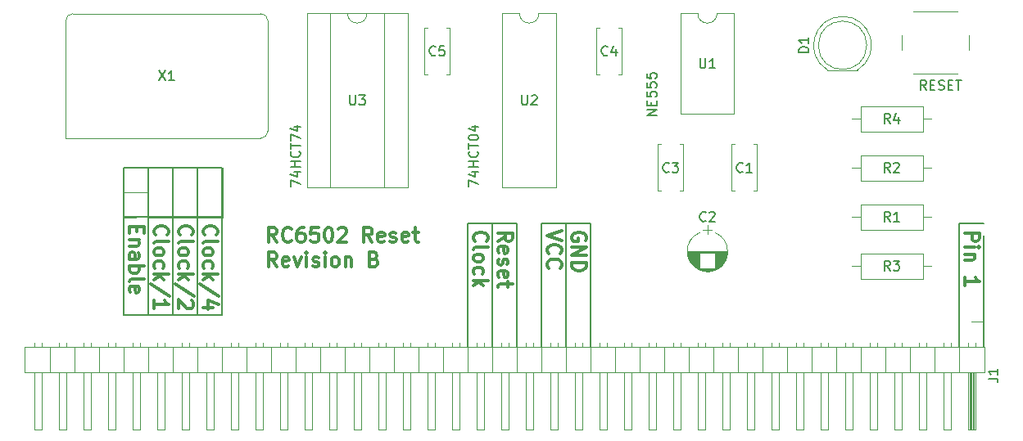
<source format=gto>
G04 #@! TF.FileFunction,Legend,Top*
%FSLAX46Y46*%
G04 Gerber Fmt 4.6, Leading zero omitted, Abs format (unit mm)*
G04 Created by KiCad (PCBNEW 4.0.6) date 06/10/17 19:53:39*
%MOMM*%
%LPD*%
G01*
G04 APERTURE LIST*
%ADD10C,0.100000*%
%ADD11C,0.300000*%
%ADD12C,0.200000*%
%ADD13C,0.120000*%
%ADD14C,0.150000*%
G04 APERTURE END LIST*
D10*
D11*
X111224286Y-135834286D02*
X111152857Y-135762857D01*
X111081429Y-135548571D01*
X111081429Y-135405714D01*
X111152857Y-135191429D01*
X111295714Y-135048571D01*
X111438571Y-134977143D01*
X111724286Y-134905714D01*
X111938571Y-134905714D01*
X112224286Y-134977143D01*
X112367143Y-135048571D01*
X112510000Y-135191429D01*
X112581429Y-135405714D01*
X112581429Y-135548571D01*
X112510000Y-135762857D01*
X112438571Y-135834286D01*
X111081429Y-136691429D02*
X111152857Y-136548571D01*
X111295714Y-136477143D01*
X112581429Y-136477143D01*
X111081429Y-137477143D02*
X111152857Y-137334285D01*
X111224286Y-137262857D01*
X111367143Y-137191428D01*
X111795714Y-137191428D01*
X111938571Y-137262857D01*
X112010000Y-137334285D01*
X112081429Y-137477143D01*
X112081429Y-137691428D01*
X112010000Y-137834285D01*
X111938571Y-137905714D01*
X111795714Y-137977143D01*
X111367143Y-137977143D01*
X111224286Y-137905714D01*
X111152857Y-137834285D01*
X111081429Y-137691428D01*
X111081429Y-137477143D01*
X111152857Y-139262857D02*
X111081429Y-139120000D01*
X111081429Y-138834286D01*
X111152857Y-138691428D01*
X111224286Y-138620000D01*
X111367143Y-138548571D01*
X111795714Y-138548571D01*
X111938571Y-138620000D01*
X112010000Y-138691428D01*
X112081429Y-138834286D01*
X112081429Y-139120000D01*
X112010000Y-139262857D01*
X111081429Y-139905714D02*
X112581429Y-139905714D01*
X111652857Y-140048571D02*
X111081429Y-140477142D01*
X112081429Y-140477142D02*
X111510000Y-139905714D01*
X112652857Y-142191428D02*
X110724286Y-140905714D01*
X112081429Y-143334286D02*
X111081429Y-143334286D01*
X112652857Y-142977143D02*
X111581429Y-142620000D01*
X111581429Y-143548572D01*
X108684286Y-135834286D02*
X108612857Y-135762857D01*
X108541429Y-135548571D01*
X108541429Y-135405714D01*
X108612857Y-135191429D01*
X108755714Y-135048571D01*
X108898571Y-134977143D01*
X109184286Y-134905714D01*
X109398571Y-134905714D01*
X109684286Y-134977143D01*
X109827143Y-135048571D01*
X109970000Y-135191429D01*
X110041429Y-135405714D01*
X110041429Y-135548571D01*
X109970000Y-135762857D01*
X109898571Y-135834286D01*
X108541429Y-136691429D02*
X108612857Y-136548571D01*
X108755714Y-136477143D01*
X110041429Y-136477143D01*
X108541429Y-137477143D02*
X108612857Y-137334285D01*
X108684286Y-137262857D01*
X108827143Y-137191428D01*
X109255714Y-137191428D01*
X109398571Y-137262857D01*
X109470000Y-137334285D01*
X109541429Y-137477143D01*
X109541429Y-137691428D01*
X109470000Y-137834285D01*
X109398571Y-137905714D01*
X109255714Y-137977143D01*
X108827143Y-137977143D01*
X108684286Y-137905714D01*
X108612857Y-137834285D01*
X108541429Y-137691428D01*
X108541429Y-137477143D01*
X108612857Y-139262857D02*
X108541429Y-139120000D01*
X108541429Y-138834286D01*
X108612857Y-138691428D01*
X108684286Y-138620000D01*
X108827143Y-138548571D01*
X109255714Y-138548571D01*
X109398571Y-138620000D01*
X109470000Y-138691428D01*
X109541429Y-138834286D01*
X109541429Y-139120000D01*
X109470000Y-139262857D01*
X108541429Y-139905714D02*
X110041429Y-139905714D01*
X109112857Y-140048571D02*
X108541429Y-140477142D01*
X109541429Y-140477142D02*
X108970000Y-139905714D01*
X110112857Y-142191428D02*
X108184286Y-140905714D01*
X109898571Y-142620000D02*
X109970000Y-142691429D01*
X110041429Y-142834286D01*
X110041429Y-143191429D01*
X109970000Y-143334286D01*
X109898571Y-143405715D01*
X109755714Y-143477143D01*
X109612857Y-143477143D01*
X109398571Y-143405715D01*
X108541429Y-142548572D01*
X108541429Y-143477143D01*
D12*
X105410000Y-128905000D02*
X105410000Y-144145000D01*
X107950000Y-128905000D02*
X107950000Y-144145000D01*
X110490000Y-128905000D02*
X110490000Y-144145000D01*
X102870000Y-144145000D02*
X102870000Y-143510000D01*
X113030000Y-144145000D02*
X102870000Y-144145000D01*
X113030000Y-143510000D02*
X113030000Y-144145000D01*
D11*
X106144286Y-135834286D02*
X106072857Y-135762857D01*
X106001429Y-135548571D01*
X106001429Y-135405714D01*
X106072857Y-135191429D01*
X106215714Y-135048571D01*
X106358571Y-134977143D01*
X106644286Y-134905714D01*
X106858571Y-134905714D01*
X107144286Y-134977143D01*
X107287143Y-135048571D01*
X107430000Y-135191429D01*
X107501429Y-135405714D01*
X107501429Y-135548571D01*
X107430000Y-135762857D01*
X107358571Y-135834286D01*
X106001429Y-136691429D02*
X106072857Y-136548571D01*
X106215714Y-136477143D01*
X107501429Y-136477143D01*
X106001429Y-137477143D02*
X106072857Y-137334285D01*
X106144286Y-137262857D01*
X106287143Y-137191428D01*
X106715714Y-137191428D01*
X106858571Y-137262857D01*
X106930000Y-137334285D01*
X107001429Y-137477143D01*
X107001429Y-137691428D01*
X106930000Y-137834285D01*
X106858571Y-137905714D01*
X106715714Y-137977143D01*
X106287143Y-137977143D01*
X106144286Y-137905714D01*
X106072857Y-137834285D01*
X106001429Y-137691428D01*
X106001429Y-137477143D01*
X106072857Y-139262857D02*
X106001429Y-139120000D01*
X106001429Y-138834286D01*
X106072857Y-138691428D01*
X106144286Y-138620000D01*
X106287143Y-138548571D01*
X106715714Y-138548571D01*
X106858571Y-138620000D01*
X106930000Y-138691428D01*
X107001429Y-138834286D01*
X107001429Y-139120000D01*
X106930000Y-139262857D01*
X106001429Y-139905714D02*
X107501429Y-139905714D01*
X106572857Y-140048571D02*
X106001429Y-140477142D01*
X107001429Y-140477142D02*
X106430000Y-139905714D01*
X107572857Y-142191428D02*
X105644286Y-140905714D01*
X106001429Y-143477143D02*
X106001429Y-142620000D01*
X106001429Y-143048572D02*
X107501429Y-143048572D01*
X107287143Y-142905715D01*
X107144286Y-142762857D01*
X107072857Y-142620000D01*
X104247143Y-134977143D02*
X104247143Y-135477143D01*
X103461429Y-135691429D02*
X103461429Y-134977143D01*
X104961429Y-134977143D01*
X104961429Y-135691429D01*
X104461429Y-136334286D02*
X103461429Y-136334286D01*
X104318571Y-136334286D02*
X104390000Y-136405714D01*
X104461429Y-136548572D01*
X104461429Y-136762857D01*
X104390000Y-136905714D01*
X104247143Y-136977143D01*
X103461429Y-136977143D01*
X103461429Y-138334286D02*
X104247143Y-138334286D01*
X104390000Y-138262857D01*
X104461429Y-138120000D01*
X104461429Y-137834286D01*
X104390000Y-137691429D01*
X103532857Y-138334286D02*
X103461429Y-138191429D01*
X103461429Y-137834286D01*
X103532857Y-137691429D01*
X103675714Y-137620000D01*
X103818571Y-137620000D01*
X103961429Y-137691429D01*
X104032857Y-137834286D01*
X104032857Y-138191429D01*
X104104286Y-138334286D01*
X103461429Y-139048572D02*
X104961429Y-139048572D01*
X104390000Y-139048572D02*
X104461429Y-139191429D01*
X104461429Y-139477143D01*
X104390000Y-139620000D01*
X104318571Y-139691429D01*
X104175714Y-139762858D01*
X103747143Y-139762858D01*
X103604286Y-139691429D01*
X103532857Y-139620000D01*
X103461429Y-139477143D01*
X103461429Y-139191429D01*
X103532857Y-139048572D01*
X103461429Y-140620001D02*
X103532857Y-140477143D01*
X103675714Y-140405715D01*
X104961429Y-140405715D01*
X103532857Y-141762857D02*
X103461429Y-141620000D01*
X103461429Y-141334286D01*
X103532857Y-141191429D01*
X103675714Y-141120000D01*
X104247143Y-141120000D01*
X104390000Y-141191429D01*
X104461429Y-141334286D01*
X104461429Y-141620000D01*
X104390000Y-141762857D01*
X104247143Y-141834286D01*
X104104286Y-141834286D01*
X103961429Y-141120000D01*
D12*
X102870000Y-133985000D02*
X113030000Y-133985000D01*
X102870000Y-128905000D02*
X113030000Y-128905000D01*
X113030000Y-128905000D02*
X113030000Y-143510000D01*
X102870000Y-128905000D02*
X102870000Y-143510000D01*
X189230000Y-134620000D02*
X191770000Y-134620000D01*
X189230000Y-147320000D02*
X189230000Y-134620000D01*
X148590000Y-147320000D02*
X148590000Y-134620000D01*
X151130000Y-134620000D02*
X151130000Y-147320000D01*
X146050000Y-134620000D02*
X151130000Y-134620000D01*
X146050000Y-147320000D02*
X146050000Y-134620000D01*
X143510000Y-134620000D02*
X143510000Y-147320000D01*
X140970000Y-147320000D02*
X140970000Y-134620000D01*
X138430000Y-134620000D02*
X138430000Y-147320000D01*
X143510000Y-134620000D02*
X138430000Y-134620000D01*
D11*
X139164286Y-136469286D02*
X139092857Y-136397857D01*
X139021429Y-136183571D01*
X139021429Y-136040714D01*
X139092857Y-135826429D01*
X139235714Y-135683571D01*
X139378571Y-135612143D01*
X139664286Y-135540714D01*
X139878571Y-135540714D01*
X140164286Y-135612143D01*
X140307143Y-135683571D01*
X140450000Y-135826429D01*
X140521429Y-136040714D01*
X140521429Y-136183571D01*
X140450000Y-136397857D01*
X140378571Y-136469286D01*
X139021429Y-137326429D02*
X139092857Y-137183571D01*
X139235714Y-137112143D01*
X140521429Y-137112143D01*
X139021429Y-138112143D02*
X139092857Y-137969285D01*
X139164286Y-137897857D01*
X139307143Y-137826428D01*
X139735714Y-137826428D01*
X139878571Y-137897857D01*
X139950000Y-137969285D01*
X140021429Y-138112143D01*
X140021429Y-138326428D01*
X139950000Y-138469285D01*
X139878571Y-138540714D01*
X139735714Y-138612143D01*
X139307143Y-138612143D01*
X139164286Y-138540714D01*
X139092857Y-138469285D01*
X139021429Y-138326428D01*
X139021429Y-138112143D01*
X139092857Y-139897857D02*
X139021429Y-139755000D01*
X139021429Y-139469286D01*
X139092857Y-139326428D01*
X139164286Y-139255000D01*
X139307143Y-139183571D01*
X139735714Y-139183571D01*
X139878571Y-139255000D01*
X139950000Y-139326428D01*
X140021429Y-139469286D01*
X140021429Y-139755000D01*
X139950000Y-139897857D01*
X139021429Y-140540714D02*
X140521429Y-140540714D01*
X139592857Y-140683571D02*
X139021429Y-141112142D01*
X140021429Y-141112142D02*
X139450000Y-140540714D01*
X141561429Y-136469286D02*
X142275714Y-135969286D01*
X141561429Y-135612143D02*
X143061429Y-135612143D01*
X143061429Y-136183571D01*
X142990000Y-136326429D01*
X142918571Y-136397857D01*
X142775714Y-136469286D01*
X142561429Y-136469286D01*
X142418571Y-136397857D01*
X142347143Y-136326429D01*
X142275714Y-136183571D01*
X142275714Y-135612143D01*
X141632857Y-137683571D02*
X141561429Y-137540714D01*
X141561429Y-137255000D01*
X141632857Y-137112143D01*
X141775714Y-137040714D01*
X142347143Y-137040714D01*
X142490000Y-137112143D01*
X142561429Y-137255000D01*
X142561429Y-137540714D01*
X142490000Y-137683571D01*
X142347143Y-137755000D01*
X142204286Y-137755000D01*
X142061429Y-137040714D01*
X141632857Y-138326428D02*
X141561429Y-138469285D01*
X141561429Y-138755000D01*
X141632857Y-138897857D01*
X141775714Y-138969285D01*
X141847143Y-138969285D01*
X141990000Y-138897857D01*
X142061429Y-138755000D01*
X142061429Y-138540714D01*
X142132857Y-138397857D01*
X142275714Y-138326428D01*
X142347143Y-138326428D01*
X142490000Y-138397857D01*
X142561429Y-138540714D01*
X142561429Y-138755000D01*
X142490000Y-138897857D01*
X141632857Y-140183571D02*
X141561429Y-140040714D01*
X141561429Y-139755000D01*
X141632857Y-139612143D01*
X141775714Y-139540714D01*
X142347143Y-139540714D01*
X142490000Y-139612143D01*
X142561429Y-139755000D01*
X142561429Y-140040714D01*
X142490000Y-140183571D01*
X142347143Y-140255000D01*
X142204286Y-140255000D01*
X142061429Y-139540714D01*
X142561429Y-140683571D02*
X142561429Y-141255000D01*
X143061429Y-140897857D02*
X141775714Y-140897857D01*
X141632857Y-140969285D01*
X141561429Y-141112143D01*
X141561429Y-141255000D01*
X148141429Y-135397857D02*
X146641429Y-135897857D01*
X148141429Y-136397857D01*
X146784286Y-137755000D02*
X146712857Y-137683571D01*
X146641429Y-137469285D01*
X146641429Y-137326428D01*
X146712857Y-137112143D01*
X146855714Y-136969285D01*
X146998571Y-136897857D01*
X147284286Y-136826428D01*
X147498571Y-136826428D01*
X147784286Y-136897857D01*
X147927143Y-136969285D01*
X148070000Y-137112143D01*
X148141429Y-137326428D01*
X148141429Y-137469285D01*
X148070000Y-137683571D01*
X147998571Y-137755000D01*
X146784286Y-139255000D02*
X146712857Y-139183571D01*
X146641429Y-138969285D01*
X146641429Y-138826428D01*
X146712857Y-138612143D01*
X146855714Y-138469285D01*
X146998571Y-138397857D01*
X147284286Y-138326428D01*
X147498571Y-138326428D01*
X147784286Y-138397857D01*
X147927143Y-138469285D01*
X148070000Y-138612143D01*
X148141429Y-138826428D01*
X148141429Y-138969285D01*
X148070000Y-139183571D01*
X147998571Y-139255000D01*
X150610000Y-136397857D02*
X150681429Y-136255000D01*
X150681429Y-136040714D01*
X150610000Y-135826429D01*
X150467143Y-135683571D01*
X150324286Y-135612143D01*
X150038571Y-135540714D01*
X149824286Y-135540714D01*
X149538571Y-135612143D01*
X149395714Y-135683571D01*
X149252857Y-135826429D01*
X149181429Y-136040714D01*
X149181429Y-136183571D01*
X149252857Y-136397857D01*
X149324286Y-136469286D01*
X149824286Y-136469286D01*
X149824286Y-136183571D01*
X149181429Y-137112143D02*
X150681429Y-137112143D01*
X149181429Y-137969286D01*
X150681429Y-137969286D01*
X149181429Y-138683572D02*
X150681429Y-138683572D01*
X150681429Y-139040715D01*
X150610000Y-139255000D01*
X150467143Y-139397858D01*
X150324286Y-139469286D01*
X150038571Y-139540715D01*
X149824286Y-139540715D01*
X149538571Y-139469286D01*
X149395714Y-139397858D01*
X149252857Y-139255000D01*
X149181429Y-139040715D01*
X149181429Y-138683572D01*
X118689286Y-136563571D02*
X118189286Y-135849286D01*
X117832143Y-136563571D02*
X117832143Y-135063571D01*
X118403571Y-135063571D01*
X118546429Y-135135000D01*
X118617857Y-135206429D01*
X118689286Y-135349286D01*
X118689286Y-135563571D01*
X118617857Y-135706429D01*
X118546429Y-135777857D01*
X118403571Y-135849286D01*
X117832143Y-135849286D01*
X120189286Y-136420714D02*
X120117857Y-136492143D01*
X119903571Y-136563571D01*
X119760714Y-136563571D01*
X119546429Y-136492143D01*
X119403571Y-136349286D01*
X119332143Y-136206429D01*
X119260714Y-135920714D01*
X119260714Y-135706429D01*
X119332143Y-135420714D01*
X119403571Y-135277857D01*
X119546429Y-135135000D01*
X119760714Y-135063571D01*
X119903571Y-135063571D01*
X120117857Y-135135000D01*
X120189286Y-135206429D01*
X121475000Y-135063571D02*
X121189286Y-135063571D01*
X121046429Y-135135000D01*
X120975000Y-135206429D01*
X120832143Y-135420714D01*
X120760714Y-135706429D01*
X120760714Y-136277857D01*
X120832143Y-136420714D01*
X120903571Y-136492143D01*
X121046429Y-136563571D01*
X121332143Y-136563571D01*
X121475000Y-136492143D01*
X121546429Y-136420714D01*
X121617857Y-136277857D01*
X121617857Y-135920714D01*
X121546429Y-135777857D01*
X121475000Y-135706429D01*
X121332143Y-135635000D01*
X121046429Y-135635000D01*
X120903571Y-135706429D01*
X120832143Y-135777857D01*
X120760714Y-135920714D01*
X122975000Y-135063571D02*
X122260714Y-135063571D01*
X122189285Y-135777857D01*
X122260714Y-135706429D01*
X122403571Y-135635000D01*
X122760714Y-135635000D01*
X122903571Y-135706429D01*
X122975000Y-135777857D01*
X123046428Y-135920714D01*
X123046428Y-136277857D01*
X122975000Y-136420714D01*
X122903571Y-136492143D01*
X122760714Y-136563571D01*
X122403571Y-136563571D01*
X122260714Y-136492143D01*
X122189285Y-136420714D01*
X123974999Y-135063571D02*
X124117856Y-135063571D01*
X124260713Y-135135000D01*
X124332142Y-135206429D01*
X124403571Y-135349286D01*
X124474999Y-135635000D01*
X124474999Y-135992143D01*
X124403571Y-136277857D01*
X124332142Y-136420714D01*
X124260713Y-136492143D01*
X124117856Y-136563571D01*
X123974999Y-136563571D01*
X123832142Y-136492143D01*
X123760713Y-136420714D01*
X123689285Y-136277857D01*
X123617856Y-135992143D01*
X123617856Y-135635000D01*
X123689285Y-135349286D01*
X123760713Y-135206429D01*
X123832142Y-135135000D01*
X123974999Y-135063571D01*
X125046427Y-135206429D02*
X125117856Y-135135000D01*
X125260713Y-135063571D01*
X125617856Y-135063571D01*
X125760713Y-135135000D01*
X125832142Y-135206429D01*
X125903570Y-135349286D01*
X125903570Y-135492143D01*
X125832142Y-135706429D01*
X124974999Y-136563571D01*
X125903570Y-136563571D01*
X128546427Y-136563571D02*
X128046427Y-135849286D01*
X127689284Y-136563571D02*
X127689284Y-135063571D01*
X128260712Y-135063571D01*
X128403570Y-135135000D01*
X128474998Y-135206429D01*
X128546427Y-135349286D01*
X128546427Y-135563571D01*
X128474998Y-135706429D01*
X128403570Y-135777857D01*
X128260712Y-135849286D01*
X127689284Y-135849286D01*
X129760712Y-136492143D02*
X129617855Y-136563571D01*
X129332141Y-136563571D01*
X129189284Y-136492143D01*
X129117855Y-136349286D01*
X129117855Y-135777857D01*
X129189284Y-135635000D01*
X129332141Y-135563571D01*
X129617855Y-135563571D01*
X129760712Y-135635000D01*
X129832141Y-135777857D01*
X129832141Y-135920714D01*
X129117855Y-136063571D01*
X130403569Y-136492143D02*
X130546426Y-136563571D01*
X130832141Y-136563571D01*
X130974998Y-136492143D01*
X131046426Y-136349286D01*
X131046426Y-136277857D01*
X130974998Y-136135000D01*
X130832141Y-136063571D01*
X130617855Y-136063571D01*
X130474998Y-135992143D01*
X130403569Y-135849286D01*
X130403569Y-135777857D01*
X130474998Y-135635000D01*
X130617855Y-135563571D01*
X130832141Y-135563571D01*
X130974998Y-135635000D01*
X132260712Y-136492143D02*
X132117855Y-136563571D01*
X131832141Y-136563571D01*
X131689284Y-136492143D01*
X131617855Y-136349286D01*
X131617855Y-135777857D01*
X131689284Y-135635000D01*
X131832141Y-135563571D01*
X132117855Y-135563571D01*
X132260712Y-135635000D01*
X132332141Y-135777857D01*
X132332141Y-135920714D01*
X131617855Y-136063571D01*
X132760712Y-135563571D02*
X133332141Y-135563571D01*
X132974998Y-135063571D02*
X132974998Y-136349286D01*
X133046426Y-136492143D01*
X133189284Y-136563571D01*
X133332141Y-136563571D01*
X118689286Y-139113571D02*
X118189286Y-138399286D01*
X117832143Y-139113571D02*
X117832143Y-137613571D01*
X118403571Y-137613571D01*
X118546429Y-137685000D01*
X118617857Y-137756429D01*
X118689286Y-137899286D01*
X118689286Y-138113571D01*
X118617857Y-138256429D01*
X118546429Y-138327857D01*
X118403571Y-138399286D01*
X117832143Y-138399286D01*
X119903571Y-139042143D02*
X119760714Y-139113571D01*
X119475000Y-139113571D01*
X119332143Y-139042143D01*
X119260714Y-138899286D01*
X119260714Y-138327857D01*
X119332143Y-138185000D01*
X119475000Y-138113571D01*
X119760714Y-138113571D01*
X119903571Y-138185000D01*
X119975000Y-138327857D01*
X119975000Y-138470714D01*
X119260714Y-138613571D01*
X120475000Y-138113571D02*
X120832143Y-139113571D01*
X121189285Y-138113571D01*
X121760714Y-139113571D02*
X121760714Y-138113571D01*
X121760714Y-137613571D02*
X121689285Y-137685000D01*
X121760714Y-137756429D01*
X121832142Y-137685000D01*
X121760714Y-137613571D01*
X121760714Y-137756429D01*
X122403571Y-139042143D02*
X122546428Y-139113571D01*
X122832143Y-139113571D01*
X122975000Y-139042143D01*
X123046428Y-138899286D01*
X123046428Y-138827857D01*
X122975000Y-138685000D01*
X122832143Y-138613571D01*
X122617857Y-138613571D01*
X122475000Y-138542143D01*
X122403571Y-138399286D01*
X122403571Y-138327857D01*
X122475000Y-138185000D01*
X122617857Y-138113571D01*
X122832143Y-138113571D01*
X122975000Y-138185000D01*
X123689286Y-139113571D02*
X123689286Y-138113571D01*
X123689286Y-137613571D02*
X123617857Y-137685000D01*
X123689286Y-137756429D01*
X123760714Y-137685000D01*
X123689286Y-137613571D01*
X123689286Y-137756429D01*
X124617858Y-139113571D02*
X124475000Y-139042143D01*
X124403572Y-138970714D01*
X124332143Y-138827857D01*
X124332143Y-138399286D01*
X124403572Y-138256429D01*
X124475000Y-138185000D01*
X124617858Y-138113571D01*
X124832143Y-138113571D01*
X124975000Y-138185000D01*
X125046429Y-138256429D01*
X125117858Y-138399286D01*
X125117858Y-138827857D01*
X125046429Y-138970714D01*
X124975000Y-139042143D01*
X124832143Y-139113571D01*
X124617858Y-139113571D01*
X125760715Y-138113571D02*
X125760715Y-139113571D01*
X125760715Y-138256429D02*
X125832143Y-138185000D01*
X125975001Y-138113571D01*
X126189286Y-138113571D01*
X126332143Y-138185000D01*
X126403572Y-138327857D01*
X126403572Y-139113571D01*
X128760715Y-138327857D02*
X128975001Y-138399286D01*
X129046429Y-138470714D01*
X129117858Y-138613571D01*
X129117858Y-138827857D01*
X129046429Y-138970714D01*
X128975001Y-139042143D01*
X128832143Y-139113571D01*
X128260715Y-139113571D01*
X128260715Y-137613571D01*
X128760715Y-137613571D01*
X128903572Y-137685000D01*
X128975001Y-137756429D01*
X129046429Y-137899286D01*
X129046429Y-138042143D01*
X128975001Y-138185000D01*
X128903572Y-138256429D01*
X128760715Y-138327857D01*
X128260715Y-138327857D01*
X189821429Y-135612143D02*
X191321429Y-135612143D01*
X191321429Y-136183571D01*
X191250000Y-136326429D01*
X191178571Y-136397857D01*
X191035714Y-136469286D01*
X190821429Y-136469286D01*
X190678571Y-136397857D01*
X190607143Y-136326429D01*
X190535714Y-136183571D01*
X190535714Y-135612143D01*
X189821429Y-137112143D02*
X190821429Y-137112143D01*
X191321429Y-137112143D02*
X191250000Y-137040714D01*
X191178571Y-137112143D01*
X191250000Y-137183571D01*
X191321429Y-137112143D01*
X191178571Y-137112143D01*
X190821429Y-137826429D02*
X189821429Y-137826429D01*
X190678571Y-137826429D02*
X190750000Y-137897857D01*
X190821429Y-138040715D01*
X190821429Y-138255000D01*
X190750000Y-138397857D01*
X190607143Y-138469286D01*
X189821429Y-138469286D01*
X189821429Y-141112143D02*
X189821429Y-140255000D01*
X189821429Y-140683572D02*
X191321429Y-140683572D01*
X191107143Y-140540715D01*
X190964286Y-140397857D01*
X190892857Y-140255000D01*
D12*
X191770000Y-135890000D02*
X191770000Y-147320000D01*
D13*
X185455000Y-135295000D02*
X185455000Y-132675000D01*
X185455000Y-132675000D02*
X179035000Y-132675000D01*
X179035000Y-132675000D02*
X179035000Y-135295000D01*
X179035000Y-135295000D02*
X185455000Y-135295000D01*
X186345000Y-133985000D02*
X185455000Y-133985000D01*
X178145000Y-133985000D02*
X179035000Y-133985000D01*
X185455000Y-130215000D02*
X185455000Y-127595000D01*
X185455000Y-127595000D02*
X179035000Y-127595000D01*
X179035000Y-127595000D02*
X179035000Y-130215000D01*
X179035000Y-130215000D02*
X185455000Y-130215000D01*
X186345000Y-128905000D02*
X185455000Y-128905000D01*
X178145000Y-128905000D02*
X179035000Y-128905000D01*
X184515000Y-119165000D02*
X189015000Y-119165000D01*
X183265000Y-115165000D02*
X183265000Y-116665000D01*
X189015000Y-112665000D02*
X184515000Y-112665000D01*
X190265000Y-116665000D02*
X190265000Y-115165000D01*
X162195000Y-112910000D02*
X160425000Y-112910000D01*
X160425000Y-112910000D02*
X160425000Y-123310000D01*
X160425000Y-123310000D02*
X165965000Y-123310000D01*
X165965000Y-123310000D02*
X165965000Y-112910000D01*
X165965000Y-112910000D02*
X164195000Y-112910000D01*
X164195000Y-112910000D02*
G75*
G02X162195000Y-112910000I-1000000J0D01*
G01*
X143780000Y-112910000D02*
X142010000Y-112910000D01*
X142010000Y-112910000D02*
X142010000Y-130930000D01*
X142010000Y-130930000D02*
X147550000Y-130930000D01*
X147550000Y-130930000D02*
X147550000Y-112910000D01*
X147550000Y-112910000D02*
X145780000Y-112910000D01*
X145780000Y-112910000D02*
G75*
G02X143780000Y-112910000I-1000000J0D01*
G01*
X163974089Y-139464361D02*
G75*
G03X163975000Y-135586005I-779089J1939361D01*
G01*
X162415911Y-139464361D02*
G75*
G02X162415000Y-135586005I779089J1939361D01*
G01*
X162415911Y-139464361D02*
G75*
G03X163975000Y-139463995I779089J1939361D01*
G01*
X165245000Y-137525000D02*
X161145000Y-137525000D01*
X165245000Y-137565000D02*
X161145000Y-137565000D01*
X165244000Y-137605000D02*
X161146000Y-137605000D01*
X165242000Y-137645000D02*
X161148000Y-137645000D01*
X165239000Y-137685000D02*
X161151000Y-137685000D01*
X165236000Y-137725000D02*
X161154000Y-137725000D01*
X165232000Y-137765000D02*
X163975000Y-137765000D01*
X162415000Y-137765000D02*
X161158000Y-137765000D01*
X165227000Y-137805000D02*
X163975000Y-137805000D01*
X162415000Y-137805000D02*
X161163000Y-137805000D01*
X165221000Y-137845000D02*
X163975000Y-137845000D01*
X162415000Y-137845000D02*
X161169000Y-137845000D01*
X165214000Y-137885000D02*
X163975000Y-137885000D01*
X162415000Y-137885000D02*
X161176000Y-137885000D01*
X165207000Y-137925000D02*
X163975000Y-137925000D01*
X162415000Y-137925000D02*
X161183000Y-137925000D01*
X165199000Y-137965000D02*
X163975000Y-137965000D01*
X162415000Y-137965000D02*
X161191000Y-137965000D01*
X165190000Y-138005000D02*
X163975000Y-138005000D01*
X162415000Y-138005000D02*
X161200000Y-138005000D01*
X165180000Y-138045000D02*
X163975000Y-138045000D01*
X162415000Y-138045000D02*
X161210000Y-138045000D01*
X165169000Y-138085000D02*
X163975000Y-138085000D01*
X162415000Y-138085000D02*
X161221000Y-138085000D01*
X165158000Y-138125000D02*
X163975000Y-138125000D01*
X162415000Y-138125000D02*
X161232000Y-138125000D01*
X165145000Y-138165000D02*
X163975000Y-138165000D01*
X162415000Y-138165000D02*
X161245000Y-138165000D01*
X165132000Y-138205000D02*
X163975000Y-138205000D01*
X162415000Y-138205000D02*
X161258000Y-138205000D01*
X165118000Y-138246000D02*
X163975000Y-138246000D01*
X162415000Y-138246000D02*
X161272000Y-138246000D01*
X165102000Y-138286000D02*
X163975000Y-138286000D01*
X162415000Y-138286000D02*
X161288000Y-138286000D01*
X165086000Y-138326000D02*
X163975000Y-138326000D01*
X162415000Y-138326000D02*
X161304000Y-138326000D01*
X165069000Y-138366000D02*
X163975000Y-138366000D01*
X162415000Y-138366000D02*
X161321000Y-138366000D01*
X165051000Y-138406000D02*
X163975000Y-138406000D01*
X162415000Y-138406000D02*
X161339000Y-138406000D01*
X165032000Y-138446000D02*
X163975000Y-138446000D01*
X162415000Y-138446000D02*
X161358000Y-138446000D01*
X165012000Y-138486000D02*
X163975000Y-138486000D01*
X162415000Y-138486000D02*
X161378000Y-138486000D01*
X164991000Y-138526000D02*
X163975000Y-138526000D01*
X162415000Y-138526000D02*
X161399000Y-138526000D01*
X164968000Y-138566000D02*
X163975000Y-138566000D01*
X162415000Y-138566000D02*
X161422000Y-138566000D01*
X164945000Y-138606000D02*
X163975000Y-138606000D01*
X162415000Y-138606000D02*
X161445000Y-138606000D01*
X164920000Y-138646000D02*
X163975000Y-138646000D01*
X162415000Y-138646000D02*
X161470000Y-138646000D01*
X164894000Y-138686000D02*
X163975000Y-138686000D01*
X162415000Y-138686000D02*
X161496000Y-138686000D01*
X164867000Y-138726000D02*
X163975000Y-138726000D01*
X162415000Y-138726000D02*
X161523000Y-138726000D01*
X164838000Y-138766000D02*
X163975000Y-138766000D01*
X162415000Y-138766000D02*
X161552000Y-138766000D01*
X164808000Y-138806000D02*
X163975000Y-138806000D01*
X162415000Y-138806000D02*
X161582000Y-138806000D01*
X164776000Y-138846000D02*
X163975000Y-138846000D01*
X162415000Y-138846000D02*
X161614000Y-138846000D01*
X164742000Y-138886000D02*
X163975000Y-138886000D01*
X162415000Y-138886000D02*
X161648000Y-138886000D01*
X164707000Y-138926000D02*
X163975000Y-138926000D01*
X162415000Y-138926000D02*
X161683000Y-138926000D01*
X164670000Y-138966000D02*
X163975000Y-138966000D01*
X162415000Y-138966000D02*
X161720000Y-138966000D01*
X164631000Y-139006000D02*
X163975000Y-139006000D01*
X162415000Y-139006000D02*
X161759000Y-139006000D01*
X164590000Y-139046000D02*
X163975000Y-139046000D01*
X162415000Y-139046000D02*
X161800000Y-139046000D01*
X164546000Y-139086000D02*
X163975000Y-139086000D01*
X162415000Y-139086000D02*
X161844000Y-139086000D01*
X164500000Y-139126000D02*
X163975000Y-139126000D01*
X162415000Y-139126000D02*
X161890000Y-139126000D01*
X164451000Y-139166000D02*
X163975000Y-139166000D01*
X162415000Y-139166000D02*
X161939000Y-139166000D01*
X164399000Y-139206000D02*
X163975000Y-139206000D01*
X162415000Y-139206000D02*
X161991000Y-139206000D01*
X164343000Y-139246000D02*
X163975000Y-139246000D01*
X162415000Y-139246000D02*
X162047000Y-139246000D01*
X164283000Y-139286000D02*
X163975000Y-139286000D01*
X162415000Y-139286000D02*
X162107000Y-139286000D01*
X164218000Y-139326000D02*
X162172000Y-139326000D01*
X164147000Y-139366000D02*
X162243000Y-139366000D01*
X164069000Y-139406000D02*
X162321000Y-139406000D01*
X163981000Y-139446000D02*
X162409000Y-139446000D01*
X163881000Y-139486000D02*
X162509000Y-139486000D01*
X163762000Y-139526000D02*
X162628000Y-139526000D01*
X163610000Y-139566000D02*
X162780000Y-139566000D01*
X163360000Y-139606000D02*
X163030000Y-139606000D01*
X163195000Y-134825000D02*
X163195000Y-135725000D01*
X163645000Y-135275000D02*
X162745000Y-135275000D01*
X179035000Y-137755000D02*
X179035000Y-140375000D01*
X179035000Y-140375000D02*
X185455000Y-140375000D01*
X185455000Y-140375000D02*
X185455000Y-137755000D01*
X185455000Y-137755000D02*
X179035000Y-137755000D01*
X178145000Y-139065000D02*
X179035000Y-139065000D01*
X186345000Y-139065000D02*
X185455000Y-139065000D01*
X96865000Y-113680000D02*
X96865000Y-125830000D01*
X117015000Y-112930000D02*
X97615000Y-112930000D01*
X117765000Y-125080000D02*
X117765000Y-113680000D01*
X96865000Y-125830000D02*
X117015000Y-125830000D01*
X117015000Y-125830000D02*
G75*
G03X117765000Y-125080000I0J750000D01*
G01*
X117765000Y-113680000D02*
G75*
G03X117015000Y-112930000I-750000J0D01*
G01*
X97615000Y-112930000D02*
G75*
G03X96865000Y-113680000I0J-750000D01*
G01*
X191830000Y-147390000D02*
X189230000Y-147390000D01*
X189230000Y-147390000D02*
X189230000Y-150010000D01*
X189230000Y-150010000D02*
X191830000Y-150010000D01*
X191830000Y-150010000D02*
X191830000Y-147390000D01*
X190880000Y-150010000D02*
X190120000Y-150010000D01*
X190120000Y-150010000D02*
X190120000Y-156010000D01*
X190120000Y-156010000D02*
X190880000Y-156010000D01*
X190880000Y-156010000D02*
X190880000Y-150010000D01*
X190880000Y-146960000D02*
X190880000Y-147390000D01*
X190120000Y-146960000D02*
X190120000Y-147390000D01*
X190760000Y-150010000D02*
X190760000Y-156010000D01*
X190640000Y-150010000D02*
X190640000Y-156010000D01*
X190520000Y-150010000D02*
X190520000Y-156010000D01*
X190400000Y-150010000D02*
X190400000Y-156010000D01*
X190280000Y-150010000D02*
X190280000Y-156010000D01*
X190160000Y-150010000D02*
X190160000Y-156010000D01*
X189230000Y-147390000D02*
X186690000Y-147390000D01*
X186690000Y-147390000D02*
X186690000Y-150010000D01*
X186690000Y-150010000D02*
X189230000Y-150010000D01*
X189230000Y-150010000D02*
X189230000Y-147390000D01*
X188340000Y-150010000D02*
X187580000Y-150010000D01*
X187580000Y-150010000D02*
X187580000Y-156010000D01*
X187580000Y-156010000D02*
X188340000Y-156010000D01*
X188340000Y-156010000D02*
X188340000Y-150010000D01*
X188340000Y-146960000D02*
X188340000Y-147390000D01*
X187580000Y-146960000D02*
X187580000Y-147390000D01*
X186690000Y-147390000D02*
X184150000Y-147390000D01*
X184150000Y-147390000D02*
X184150000Y-150010000D01*
X184150000Y-150010000D02*
X186690000Y-150010000D01*
X186690000Y-150010000D02*
X186690000Y-147390000D01*
X185800000Y-150010000D02*
X185040000Y-150010000D01*
X185040000Y-150010000D02*
X185040000Y-156010000D01*
X185040000Y-156010000D02*
X185800000Y-156010000D01*
X185800000Y-156010000D02*
X185800000Y-150010000D01*
X185800000Y-146960000D02*
X185800000Y-147390000D01*
X185040000Y-146960000D02*
X185040000Y-147390000D01*
X184150000Y-147390000D02*
X181610000Y-147390000D01*
X181610000Y-147390000D02*
X181610000Y-150010000D01*
X181610000Y-150010000D02*
X184150000Y-150010000D01*
X184150000Y-150010000D02*
X184150000Y-147390000D01*
X183260000Y-150010000D02*
X182500000Y-150010000D01*
X182500000Y-150010000D02*
X182500000Y-156010000D01*
X182500000Y-156010000D02*
X183260000Y-156010000D01*
X183260000Y-156010000D02*
X183260000Y-150010000D01*
X183260000Y-146960000D02*
X183260000Y-147390000D01*
X182500000Y-146960000D02*
X182500000Y-147390000D01*
X181610000Y-147390000D02*
X179070000Y-147390000D01*
X179070000Y-147390000D02*
X179070000Y-150010000D01*
X179070000Y-150010000D02*
X181610000Y-150010000D01*
X181610000Y-150010000D02*
X181610000Y-147390000D01*
X180720000Y-150010000D02*
X179960000Y-150010000D01*
X179960000Y-150010000D02*
X179960000Y-156010000D01*
X179960000Y-156010000D02*
X180720000Y-156010000D01*
X180720000Y-156010000D02*
X180720000Y-150010000D01*
X180720000Y-146960000D02*
X180720000Y-147390000D01*
X179960000Y-146960000D02*
X179960000Y-147390000D01*
X179070000Y-147390000D02*
X176530000Y-147390000D01*
X176530000Y-147390000D02*
X176530000Y-150010000D01*
X176530000Y-150010000D02*
X179070000Y-150010000D01*
X179070000Y-150010000D02*
X179070000Y-147390000D01*
X178180000Y-150010000D02*
X177420000Y-150010000D01*
X177420000Y-150010000D02*
X177420000Y-156010000D01*
X177420000Y-156010000D02*
X178180000Y-156010000D01*
X178180000Y-156010000D02*
X178180000Y-150010000D01*
X178180000Y-146960000D02*
X178180000Y-147390000D01*
X177420000Y-146960000D02*
X177420000Y-147390000D01*
X176530000Y-147390000D02*
X173990000Y-147390000D01*
X173990000Y-147390000D02*
X173990000Y-150010000D01*
X173990000Y-150010000D02*
X176530000Y-150010000D01*
X176530000Y-150010000D02*
X176530000Y-147390000D01*
X175640000Y-150010000D02*
X174880000Y-150010000D01*
X174880000Y-150010000D02*
X174880000Y-156010000D01*
X174880000Y-156010000D02*
X175640000Y-156010000D01*
X175640000Y-156010000D02*
X175640000Y-150010000D01*
X175640000Y-146960000D02*
X175640000Y-147390000D01*
X174880000Y-146960000D02*
X174880000Y-147390000D01*
X173990000Y-147390000D02*
X171450000Y-147390000D01*
X171450000Y-147390000D02*
X171450000Y-150010000D01*
X171450000Y-150010000D02*
X173990000Y-150010000D01*
X173990000Y-150010000D02*
X173990000Y-147390000D01*
X173100000Y-150010000D02*
X172340000Y-150010000D01*
X172340000Y-150010000D02*
X172340000Y-156010000D01*
X172340000Y-156010000D02*
X173100000Y-156010000D01*
X173100000Y-156010000D02*
X173100000Y-150010000D01*
X173100000Y-146960000D02*
X173100000Y-147390000D01*
X172340000Y-146960000D02*
X172340000Y-147390000D01*
X171450000Y-147390000D02*
X168910000Y-147390000D01*
X168910000Y-147390000D02*
X168910000Y-150010000D01*
X168910000Y-150010000D02*
X171450000Y-150010000D01*
X171450000Y-150010000D02*
X171450000Y-147390000D01*
X170560000Y-150010000D02*
X169800000Y-150010000D01*
X169800000Y-150010000D02*
X169800000Y-156010000D01*
X169800000Y-156010000D02*
X170560000Y-156010000D01*
X170560000Y-156010000D02*
X170560000Y-150010000D01*
X170560000Y-146960000D02*
X170560000Y-147390000D01*
X169800000Y-146960000D02*
X169800000Y-147390000D01*
X168910000Y-147390000D02*
X166370000Y-147390000D01*
X166370000Y-147390000D02*
X166370000Y-150010000D01*
X166370000Y-150010000D02*
X168910000Y-150010000D01*
X168910000Y-150010000D02*
X168910000Y-147390000D01*
X168020000Y-150010000D02*
X167260000Y-150010000D01*
X167260000Y-150010000D02*
X167260000Y-156010000D01*
X167260000Y-156010000D02*
X168020000Y-156010000D01*
X168020000Y-156010000D02*
X168020000Y-150010000D01*
X168020000Y-146960000D02*
X168020000Y-147390000D01*
X167260000Y-146960000D02*
X167260000Y-147390000D01*
X166370000Y-147390000D02*
X163830000Y-147390000D01*
X163830000Y-147390000D02*
X163830000Y-150010000D01*
X163830000Y-150010000D02*
X166370000Y-150010000D01*
X166370000Y-150010000D02*
X166370000Y-147390000D01*
X165480000Y-150010000D02*
X164720000Y-150010000D01*
X164720000Y-150010000D02*
X164720000Y-156010000D01*
X164720000Y-156010000D02*
X165480000Y-156010000D01*
X165480000Y-156010000D02*
X165480000Y-150010000D01*
X165480000Y-146960000D02*
X165480000Y-147390000D01*
X164720000Y-146960000D02*
X164720000Y-147390000D01*
X163830000Y-147390000D02*
X161290000Y-147390000D01*
X161290000Y-147390000D02*
X161290000Y-150010000D01*
X161290000Y-150010000D02*
X163830000Y-150010000D01*
X163830000Y-150010000D02*
X163830000Y-147390000D01*
X162940000Y-150010000D02*
X162180000Y-150010000D01*
X162180000Y-150010000D02*
X162180000Y-156010000D01*
X162180000Y-156010000D02*
X162940000Y-156010000D01*
X162940000Y-156010000D02*
X162940000Y-150010000D01*
X162940000Y-146960000D02*
X162940000Y-147390000D01*
X162180000Y-146960000D02*
X162180000Y-147390000D01*
X161290000Y-147390000D02*
X158750000Y-147390000D01*
X158750000Y-147390000D02*
X158750000Y-150010000D01*
X158750000Y-150010000D02*
X161290000Y-150010000D01*
X161290000Y-150010000D02*
X161290000Y-147390000D01*
X160400000Y-150010000D02*
X159640000Y-150010000D01*
X159640000Y-150010000D02*
X159640000Y-156010000D01*
X159640000Y-156010000D02*
X160400000Y-156010000D01*
X160400000Y-156010000D02*
X160400000Y-150010000D01*
X160400000Y-146960000D02*
X160400000Y-147390000D01*
X159640000Y-146960000D02*
X159640000Y-147390000D01*
X158750000Y-147390000D02*
X156210000Y-147390000D01*
X156210000Y-147390000D02*
X156210000Y-150010000D01*
X156210000Y-150010000D02*
X158750000Y-150010000D01*
X158750000Y-150010000D02*
X158750000Y-147390000D01*
X157860000Y-150010000D02*
X157100000Y-150010000D01*
X157100000Y-150010000D02*
X157100000Y-156010000D01*
X157100000Y-156010000D02*
X157860000Y-156010000D01*
X157860000Y-156010000D02*
X157860000Y-150010000D01*
X157860000Y-146960000D02*
X157860000Y-147390000D01*
X157100000Y-146960000D02*
X157100000Y-147390000D01*
X156210000Y-147390000D02*
X153670000Y-147390000D01*
X153670000Y-147390000D02*
X153670000Y-150010000D01*
X153670000Y-150010000D02*
X156210000Y-150010000D01*
X156210000Y-150010000D02*
X156210000Y-147390000D01*
X155320000Y-150010000D02*
X154560000Y-150010000D01*
X154560000Y-150010000D02*
X154560000Y-156010000D01*
X154560000Y-156010000D02*
X155320000Y-156010000D01*
X155320000Y-156010000D02*
X155320000Y-150010000D01*
X155320000Y-146960000D02*
X155320000Y-147390000D01*
X154560000Y-146960000D02*
X154560000Y-147390000D01*
X153670000Y-147390000D02*
X151130000Y-147390000D01*
X151130000Y-147390000D02*
X151130000Y-150010000D01*
X151130000Y-150010000D02*
X153670000Y-150010000D01*
X153670000Y-150010000D02*
X153670000Y-147390000D01*
X152780000Y-150010000D02*
X152020000Y-150010000D01*
X152020000Y-150010000D02*
X152020000Y-156010000D01*
X152020000Y-156010000D02*
X152780000Y-156010000D01*
X152780000Y-156010000D02*
X152780000Y-150010000D01*
X152780000Y-146960000D02*
X152780000Y-147390000D01*
X152020000Y-146960000D02*
X152020000Y-147390000D01*
X151130000Y-147390000D02*
X148590000Y-147390000D01*
X148590000Y-147390000D02*
X148590000Y-150010000D01*
X148590000Y-150010000D02*
X151130000Y-150010000D01*
X151130000Y-150010000D02*
X151130000Y-147390000D01*
X150240000Y-150010000D02*
X149480000Y-150010000D01*
X149480000Y-150010000D02*
X149480000Y-156010000D01*
X149480000Y-156010000D02*
X150240000Y-156010000D01*
X150240000Y-156010000D02*
X150240000Y-150010000D01*
X150240000Y-146960000D02*
X150240000Y-147390000D01*
X149480000Y-146960000D02*
X149480000Y-147390000D01*
X148590000Y-147390000D02*
X146050000Y-147390000D01*
X146050000Y-147390000D02*
X146050000Y-150010000D01*
X146050000Y-150010000D02*
X148590000Y-150010000D01*
X148590000Y-150010000D02*
X148590000Y-147390000D01*
X147700000Y-150010000D02*
X146940000Y-150010000D01*
X146940000Y-150010000D02*
X146940000Y-156010000D01*
X146940000Y-156010000D02*
X147700000Y-156010000D01*
X147700000Y-156010000D02*
X147700000Y-150010000D01*
X147700000Y-146960000D02*
X147700000Y-147390000D01*
X146940000Y-146960000D02*
X146940000Y-147390000D01*
X146050000Y-147390000D02*
X143510000Y-147390000D01*
X143510000Y-147390000D02*
X143510000Y-150010000D01*
X143510000Y-150010000D02*
X146050000Y-150010000D01*
X146050000Y-150010000D02*
X146050000Y-147390000D01*
X145160000Y-150010000D02*
X144400000Y-150010000D01*
X144400000Y-150010000D02*
X144400000Y-156010000D01*
X144400000Y-156010000D02*
X145160000Y-156010000D01*
X145160000Y-156010000D02*
X145160000Y-150010000D01*
X145160000Y-146960000D02*
X145160000Y-147390000D01*
X144400000Y-146960000D02*
X144400000Y-147390000D01*
X143510000Y-147390000D02*
X140970000Y-147390000D01*
X140970000Y-147390000D02*
X140970000Y-150010000D01*
X140970000Y-150010000D02*
X143510000Y-150010000D01*
X143510000Y-150010000D02*
X143510000Y-147390000D01*
X142620000Y-150010000D02*
X141860000Y-150010000D01*
X141860000Y-150010000D02*
X141860000Y-156010000D01*
X141860000Y-156010000D02*
X142620000Y-156010000D01*
X142620000Y-156010000D02*
X142620000Y-150010000D01*
X142620000Y-146960000D02*
X142620000Y-147390000D01*
X141860000Y-146960000D02*
X141860000Y-147390000D01*
X140970000Y-147390000D02*
X138430000Y-147390000D01*
X138430000Y-147390000D02*
X138430000Y-150010000D01*
X138430000Y-150010000D02*
X140970000Y-150010000D01*
X140970000Y-150010000D02*
X140970000Y-147390000D01*
X140080000Y-150010000D02*
X139320000Y-150010000D01*
X139320000Y-150010000D02*
X139320000Y-156010000D01*
X139320000Y-156010000D02*
X140080000Y-156010000D01*
X140080000Y-156010000D02*
X140080000Y-150010000D01*
X140080000Y-146960000D02*
X140080000Y-147390000D01*
X139320000Y-146960000D02*
X139320000Y-147390000D01*
X138430000Y-147390000D02*
X135890000Y-147390000D01*
X135890000Y-147390000D02*
X135890000Y-150010000D01*
X135890000Y-150010000D02*
X138430000Y-150010000D01*
X138430000Y-150010000D02*
X138430000Y-147390000D01*
X137540000Y-150010000D02*
X136780000Y-150010000D01*
X136780000Y-150010000D02*
X136780000Y-156010000D01*
X136780000Y-156010000D02*
X137540000Y-156010000D01*
X137540000Y-156010000D02*
X137540000Y-150010000D01*
X137540000Y-146960000D02*
X137540000Y-147390000D01*
X136780000Y-146960000D02*
X136780000Y-147390000D01*
X135890000Y-147390000D02*
X133350000Y-147390000D01*
X133350000Y-147390000D02*
X133350000Y-150010000D01*
X133350000Y-150010000D02*
X135890000Y-150010000D01*
X135890000Y-150010000D02*
X135890000Y-147390000D01*
X135000000Y-150010000D02*
X134240000Y-150010000D01*
X134240000Y-150010000D02*
X134240000Y-156010000D01*
X134240000Y-156010000D02*
X135000000Y-156010000D01*
X135000000Y-156010000D02*
X135000000Y-150010000D01*
X135000000Y-146960000D02*
X135000000Y-147390000D01*
X134240000Y-146960000D02*
X134240000Y-147390000D01*
X133350000Y-147390000D02*
X130810000Y-147390000D01*
X130810000Y-147390000D02*
X130810000Y-150010000D01*
X130810000Y-150010000D02*
X133350000Y-150010000D01*
X133350000Y-150010000D02*
X133350000Y-147390000D01*
X132460000Y-150010000D02*
X131700000Y-150010000D01*
X131700000Y-150010000D02*
X131700000Y-156010000D01*
X131700000Y-156010000D02*
X132460000Y-156010000D01*
X132460000Y-156010000D02*
X132460000Y-150010000D01*
X132460000Y-146960000D02*
X132460000Y-147390000D01*
X131700000Y-146960000D02*
X131700000Y-147390000D01*
X130810000Y-147390000D02*
X128270000Y-147390000D01*
X128270000Y-147390000D02*
X128270000Y-150010000D01*
X128270000Y-150010000D02*
X130810000Y-150010000D01*
X130810000Y-150010000D02*
X130810000Y-147390000D01*
X129920000Y-150010000D02*
X129160000Y-150010000D01*
X129160000Y-150010000D02*
X129160000Y-156010000D01*
X129160000Y-156010000D02*
X129920000Y-156010000D01*
X129920000Y-156010000D02*
X129920000Y-150010000D01*
X129920000Y-146960000D02*
X129920000Y-147390000D01*
X129160000Y-146960000D02*
X129160000Y-147390000D01*
X128270000Y-147390000D02*
X125730000Y-147390000D01*
X125730000Y-147390000D02*
X125730000Y-150010000D01*
X125730000Y-150010000D02*
X128270000Y-150010000D01*
X128270000Y-150010000D02*
X128270000Y-147390000D01*
X127380000Y-150010000D02*
X126620000Y-150010000D01*
X126620000Y-150010000D02*
X126620000Y-156010000D01*
X126620000Y-156010000D02*
X127380000Y-156010000D01*
X127380000Y-156010000D02*
X127380000Y-150010000D01*
X127380000Y-146960000D02*
X127380000Y-147390000D01*
X126620000Y-146960000D02*
X126620000Y-147390000D01*
X125730000Y-147390000D02*
X123190000Y-147390000D01*
X123190000Y-147390000D02*
X123190000Y-150010000D01*
X123190000Y-150010000D02*
X125730000Y-150010000D01*
X125730000Y-150010000D02*
X125730000Y-147390000D01*
X124840000Y-150010000D02*
X124080000Y-150010000D01*
X124080000Y-150010000D02*
X124080000Y-156010000D01*
X124080000Y-156010000D02*
X124840000Y-156010000D01*
X124840000Y-156010000D02*
X124840000Y-150010000D01*
X124840000Y-146960000D02*
X124840000Y-147390000D01*
X124080000Y-146960000D02*
X124080000Y-147390000D01*
X123190000Y-147390000D02*
X120650000Y-147390000D01*
X120650000Y-147390000D02*
X120650000Y-150010000D01*
X120650000Y-150010000D02*
X123190000Y-150010000D01*
X123190000Y-150010000D02*
X123190000Y-147390000D01*
X122300000Y-150010000D02*
X121540000Y-150010000D01*
X121540000Y-150010000D02*
X121540000Y-156010000D01*
X121540000Y-156010000D02*
X122300000Y-156010000D01*
X122300000Y-156010000D02*
X122300000Y-150010000D01*
X122300000Y-146960000D02*
X122300000Y-147390000D01*
X121540000Y-146960000D02*
X121540000Y-147390000D01*
X120650000Y-147390000D02*
X118110000Y-147390000D01*
X118110000Y-147390000D02*
X118110000Y-150010000D01*
X118110000Y-150010000D02*
X120650000Y-150010000D01*
X120650000Y-150010000D02*
X120650000Y-147390000D01*
X119760000Y-150010000D02*
X119000000Y-150010000D01*
X119000000Y-150010000D02*
X119000000Y-156010000D01*
X119000000Y-156010000D02*
X119760000Y-156010000D01*
X119760000Y-156010000D02*
X119760000Y-150010000D01*
X119760000Y-146960000D02*
X119760000Y-147390000D01*
X119000000Y-146960000D02*
X119000000Y-147390000D01*
X118110000Y-147390000D02*
X115570000Y-147390000D01*
X115570000Y-147390000D02*
X115570000Y-150010000D01*
X115570000Y-150010000D02*
X118110000Y-150010000D01*
X118110000Y-150010000D02*
X118110000Y-147390000D01*
X117220000Y-150010000D02*
X116460000Y-150010000D01*
X116460000Y-150010000D02*
X116460000Y-156010000D01*
X116460000Y-156010000D02*
X117220000Y-156010000D01*
X117220000Y-156010000D02*
X117220000Y-150010000D01*
X117220000Y-146960000D02*
X117220000Y-147390000D01*
X116460000Y-146960000D02*
X116460000Y-147390000D01*
X115570000Y-147390000D02*
X113030000Y-147390000D01*
X113030000Y-147390000D02*
X113030000Y-150010000D01*
X113030000Y-150010000D02*
X115570000Y-150010000D01*
X115570000Y-150010000D02*
X115570000Y-147390000D01*
X114680000Y-150010000D02*
X113920000Y-150010000D01*
X113920000Y-150010000D02*
X113920000Y-156010000D01*
X113920000Y-156010000D02*
X114680000Y-156010000D01*
X114680000Y-156010000D02*
X114680000Y-150010000D01*
X114680000Y-146960000D02*
X114680000Y-147390000D01*
X113920000Y-146960000D02*
X113920000Y-147390000D01*
X113030000Y-147390000D02*
X110490000Y-147390000D01*
X110490000Y-147390000D02*
X110490000Y-150010000D01*
X110490000Y-150010000D02*
X113030000Y-150010000D01*
X113030000Y-150010000D02*
X113030000Y-147390000D01*
X112140000Y-150010000D02*
X111380000Y-150010000D01*
X111380000Y-150010000D02*
X111380000Y-156010000D01*
X111380000Y-156010000D02*
X112140000Y-156010000D01*
X112140000Y-156010000D02*
X112140000Y-150010000D01*
X112140000Y-146960000D02*
X112140000Y-147390000D01*
X111380000Y-146960000D02*
X111380000Y-147390000D01*
X110490000Y-147390000D02*
X107950000Y-147390000D01*
X107950000Y-147390000D02*
X107950000Y-150010000D01*
X107950000Y-150010000D02*
X110490000Y-150010000D01*
X110490000Y-150010000D02*
X110490000Y-147390000D01*
X109600000Y-150010000D02*
X108840000Y-150010000D01*
X108840000Y-150010000D02*
X108840000Y-156010000D01*
X108840000Y-156010000D02*
X109600000Y-156010000D01*
X109600000Y-156010000D02*
X109600000Y-150010000D01*
X109600000Y-146960000D02*
X109600000Y-147390000D01*
X108840000Y-146960000D02*
X108840000Y-147390000D01*
X107950000Y-147390000D02*
X105410000Y-147390000D01*
X105410000Y-147390000D02*
X105410000Y-150010000D01*
X105410000Y-150010000D02*
X107950000Y-150010000D01*
X107950000Y-150010000D02*
X107950000Y-147390000D01*
X107060000Y-150010000D02*
X106300000Y-150010000D01*
X106300000Y-150010000D02*
X106300000Y-156010000D01*
X106300000Y-156010000D02*
X107060000Y-156010000D01*
X107060000Y-156010000D02*
X107060000Y-150010000D01*
X107060000Y-146960000D02*
X107060000Y-147390000D01*
X106300000Y-146960000D02*
X106300000Y-147390000D01*
X105410000Y-147390000D02*
X102870000Y-147390000D01*
X102870000Y-147390000D02*
X102870000Y-150010000D01*
X102870000Y-150010000D02*
X105410000Y-150010000D01*
X105410000Y-150010000D02*
X105410000Y-147390000D01*
X104520000Y-150010000D02*
X103760000Y-150010000D01*
X103760000Y-150010000D02*
X103760000Y-156010000D01*
X103760000Y-156010000D02*
X104520000Y-156010000D01*
X104520000Y-156010000D02*
X104520000Y-150010000D01*
X104520000Y-146960000D02*
X104520000Y-147390000D01*
X103760000Y-146960000D02*
X103760000Y-147390000D01*
X102870000Y-147390000D02*
X100330000Y-147390000D01*
X100330000Y-147390000D02*
X100330000Y-150010000D01*
X100330000Y-150010000D02*
X102870000Y-150010000D01*
X102870000Y-150010000D02*
X102870000Y-147390000D01*
X101980000Y-150010000D02*
X101220000Y-150010000D01*
X101220000Y-150010000D02*
X101220000Y-156010000D01*
X101220000Y-156010000D02*
X101980000Y-156010000D01*
X101980000Y-156010000D02*
X101980000Y-150010000D01*
X101980000Y-146960000D02*
X101980000Y-147390000D01*
X101220000Y-146960000D02*
X101220000Y-147390000D01*
X100330000Y-147390000D02*
X97790000Y-147390000D01*
X97790000Y-147390000D02*
X97790000Y-150010000D01*
X97790000Y-150010000D02*
X100330000Y-150010000D01*
X100330000Y-150010000D02*
X100330000Y-147390000D01*
X99440000Y-150010000D02*
X98680000Y-150010000D01*
X98680000Y-150010000D02*
X98680000Y-156010000D01*
X98680000Y-156010000D02*
X99440000Y-156010000D01*
X99440000Y-156010000D02*
X99440000Y-150010000D01*
X99440000Y-146960000D02*
X99440000Y-147390000D01*
X98680000Y-146960000D02*
X98680000Y-147390000D01*
X97790000Y-147390000D02*
X95250000Y-147390000D01*
X95250000Y-147390000D02*
X95250000Y-150010000D01*
X95250000Y-150010000D02*
X97790000Y-150010000D01*
X97790000Y-150010000D02*
X97790000Y-147390000D01*
X96900000Y-150010000D02*
X96140000Y-150010000D01*
X96140000Y-150010000D02*
X96140000Y-156010000D01*
X96140000Y-156010000D02*
X96900000Y-156010000D01*
X96900000Y-156010000D02*
X96900000Y-150010000D01*
X96900000Y-146960000D02*
X96900000Y-147390000D01*
X96140000Y-146960000D02*
X96140000Y-147390000D01*
X95250000Y-147390000D02*
X92650000Y-147390000D01*
X92650000Y-147390000D02*
X92650000Y-150010000D01*
X92650000Y-150010000D02*
X95250000Y-150010000D01*
X95250000Y-150010000D02*
X95250000Y-147390000D01*
X94360000Y-150010000D02*
X93600000Y-150010000D01*
X93600000Y-150010000D02*
X93600000Y-156010000D01*
X93600000Y-156010000D02*
X94360000Y-156010000D01*
X94360000Y-156010000D02*
X94360000Y-150010000D01*
X94360000Y-146960000D02*
X94360000Y-147390000D01*
X93600000Y-146960000D02*
X93600000Y-147390000D01*
X190500000Y-144780000D02*
X191770000Y-144780000D01*
X191770000Y-144780000D02*
X191770000Y-146050000D01*
X126000000Y-112910000D02*
X124230000Y-112910000D01*
X124230000Y-112910000D02*
X124230000Y-130930000D01*
X124230000Y-130930000D02*
X129770000Y-130930000D01*
X129770000Y-130930000D02*
X129770000Y-112910000D01*
X129770000Y-112910000D02*
X128000000Y-112910000D01*
X121800000Y-112910000D02*
X121800000Y-130930000D01*
X121800000Y-130930000D02*
X132200000Y-130930000D01*
X132200000Y-130930000D02*
X132200000Y-112910000D01*
X132200000Y-112910000D02*
X121800000Y-112910000D01*
X128000000Y-112910000D02*
G75*
G02X126000000Y-112910000I-1000000J0D01*
G01*
X168315000Y-126455000D02*
X168315000Y-131275000D01*
X165695000Y-126455000D02*
X165695000Y-131275000D01*
X168315000Y-126455000D02*
X168001000Y-126455000D01*
X166009000Y-126455000D02*
X165695000Y-126455000D01*
X168315000Y-131275000D02*
X168001000Y-131275000D01*
X166009000Y-131275000D02*
X165695000Y-131275000D01*
X160695000Y-126455000D02*
X160695000Y-131275000D01*
X158075000Y-126455000D02*
X158075000Y-131275000D01*
X160695000Y-126455000D02*
X160381000Y-126455000D01*
X158389000Y-126455000D02*
X158075000Y-126455000D01*
X160695000Y-131275000D02*
X160381000Y-131275000D01*
X158389000Y-131275000D02*
X158075000Y-131275000D01*
X154345000Y-114390000D02*
X154345000Y-119210000D01*
X151725000Y-114390000D02*
X151725000Y-119210000D01*
X154345000Y-114390000D02*
X154031000Y-114390000D01*
X152039000Y-114390000D02*
X151725000Y-114390000D01*
X154345000Y-119210000D02*
X154031000Y-119210000D01*
X152039000Y-119210000D02*
X151725000Y-119210000D01*
X136565000Y-114390000D02*
X136565000Y-119210000D01*
X133945000Y-114390000D02*
X133945000Y-119210000D01*
X136565000Y-114390000D02*
X136251000Y-114390000D01*
X134259000Y-114390000D02*
X133945000Y-114390000D01*
X136565000Y-119210000D02*
X136251000Y-119210000D01*
X134259000Y-119210000D02*
X133945000Y-119210000D01*
X177165462Y-113215000D02*
G75*
G03X175620170Y-118765000I-462J-2990000D01*
G01*
X177164538Y-113215000D02*
G75*
G02X178709830Y-118765000I462J-2990000D01*
G01*
X179665000Y-116205000D02*
G75*
G03X179665000Y-116205000I-2500000J0D01*
G01*
X175620000Y-118765000D02*
X178710000Y-118765000D01*
X105410000Y-134045000D02*
X113090000Y-134045000D01*
X113090000Y-134045000D02*
X113090000Y-128845000D01*
X113090000Y-128845000D02*
X102810000Y-128845000D01*
X102810000Y-128845000D02*
X102810000Y-131445000D01*
X102810000Y-131445000D02*
X105410000Y-131445000D01*
X105410000Y-131445000D02*
X105410000Y-134045000D01*
X104140000Y-134045000D02*
X102810000Y-134045000D01*
X102810000Y-134045000D02*
X102810000Y-132715000D01*
X185455000Y-125135000D02*
X185455000Y-122515000D01*
X185455000Y-122515000D02*
X179035000Y-122515000D01*
X179035000Y-122515000D02*
X179035000Y-125135000D01*
X179035000Y-125135000D02*
X185455000Y-125135000D01*
X186345000Y-123825000D02*
X185455000Y-123825000D01*
X178145000Y-123825000D02*
X179035000Y-123825000D01*
D14*
X182078334Y-134437381D02*
X181745000Y-133961190D01*
X181506905Y-134437381D02*
X181506905Y-133437381D01*
X181887858Y-133437381D01*
X181983096Y-133485000D01*
X182030715Y-133532619D01*
X182078334Y-133627857D01*
X182078334Y-133770714D01*
X182030715Y-133865952D01*
X181983096Y-133913571D01*
X181887858Y-133961190D01*
X181506905Y-133961190D01*
X183030715Y-134437381D02*
X182459286Y-134437381D01*
X182745000Y-134437381D02*
X182745000Y-133437381D01*
X182649762Y-133580238D01*
X182554524Y-133675476D01*
X182459286Y-133723095D01*
X182078334Y-129357381D02*
X181745000Y-128881190D01*
X181506905Y-129357381D02*
X181506905Y-128357381D01*
X181887858Y-128357381D01*
X181983096Y-128405000D01*
X182030715Y-128452619D01*
X182078334Y-128547857D01*
X182078334Y-128690714D01*
X182030715Y-128785952D01*
X181983096Y-128833571D01*
X181887858Y-128881190D01*
X181506905Y-128881190D01*
X182459286Y-128452619D02*
X182506905Y-128405000D01*
X182602143Y-128357381D01*
X182840239Y-128357381D01*
X182935477Y-128405000D01*
X182983096Y-128452619D01*
X183030715Y-128547857D01*
X183030715Y-128643095D01*
X182983096Y-128785952D01*
X182411667Y-129357381D01*
X183030715Y-129357381D01*
X185812619Y-120817381D02*
X185479285Y-120341190D01*
X185241190Y-120817381D02*
X185241190Y-119817381D01*
X185622143Y-119817381D01*
X185717381Y-119865000D01*
X185765000Y-119912619D01*
X185812619Y-120007857D01*
X185812619Y-120150714D01*
X185765000Y-120245952D01*
X185717381Y-120293571D01*
X185622143Y-120341190D01*
X185241190Y-120341190D01*
X186241190Y-120293571D02*
X186574524Y-120293571D01*
X186717381Y-120817381D02*
X186241190Y-120817381D01*
X186241190Y-119817381D01*
X186717381Y-119817381D01*
X187098333Y-120769762D02*
X187241190Y-120817381D01*
X187479286Y-120817381D01*
X187574524Y-120769762D01*
X187622143Y-120722143D01*
X187669762Y-120626905D01*
X187669762Y-120531667D01*
X187622143Y-120436429D01*
X187574524Y-120388810D01*
X187479286Y-120341190D01*
X187288809Y-120293571D01*
X187193571Y-120245952D01*
X187145952Y-120198333D01*
X187098333Y-120103095D01*
X187098333Y-120007857D01*
X187145952Y-119912619D01*
X187193571Y-119865000D01*
X187288809Y-119817381D01*
X187526905Y-119817381D01*
X187669762Y-119865000D01*
X188098333Y-120293571D02*
X188431667Y-120293571D01*
X188574524Y-120817381D02*
X188098333Y-120817381D01*
X188098333Y-119817381D01*
X188574524Y-119817381D01*
X188860238Y-119817381D02*
X189431667Y-119817381D01*
X189145952Y-120817381D02*
X189145952Y-119817381D01*
X162433095Y-117562381D02*
X162433095Y-118371905D01*
X162480714Y-118467143D01*
X162528333Y-118514762D01*
X162623571Y-118562381D01*
X162814048Y-118562381D01*
X162909286Y-118514762D01*
X162956905Y-118467143D01*
X163004524Y-118371905D01*
X163004524Y-117562381D01*
X164004524Y-118562381D02*
X163433095Y-118562381D01*
X163718809Y-118562381D02*
X163718809Y-117562381D01*
X163623571Y-117705238D01*
X163528333Y-117800476D01*
X163433095Y-117848095D01*
X157932381Y-123451667D02*
X156932381Y-123451667D01*
X157932381Y-122880238D01*
X156932381Y-122880238D01*
X157408571Y-122404048D02*
X157408571Y-122070714D01*
X157932381Y-121927857D02*
X157932381Y-122404048D01*
X156932381Y-122404048D01*
X156932381Y-121927857D01*
X156932381Y-121023095D02*
X156932381Y-121499286D01*
X157408571Y-121546905D01*
X157360952Y-121499286D01*
X157313333Y-121404048D01*
X157313333Y-121165952D01*
X157360952Y-121070714D01*
X157408571Y-121023095D01*
X157503810Y-120975476D01*
X157741905Y-120975476D01*
X157837143Y-121023095D01*
X157884762Y-121070714D01*
X157932381Y-121165952D01*
X157932381Y-121404048D01*
X157884762Y-121499286D01*
X157837143Y-121546905D01*
X156932381Y-120070714D02*
X156932381Y-120546905D01*
X157408571Y-120594524D01*
X157360952Y-120546905D01*
X157313333Y-120451667D01*
X157313333Y-120213571D01*
X157360952Y-120118333D01*
X157408571Y-120070714D01*
X157503810Y-120023095D01*
X157741905Y-120023095D01*
X157837143Y-120070714D01*
X157884762Y-120118333D01*
X157932381Y-120213571D01*
X157932381Y-120451667D01*
X157884762Y-120546905D01*
X157837143Y-120594524D01*
X156932381Y-119118333D02*
X156932381Y-119594524D01*
X157408571Y-119642143D01*
X157360952Y-119594524D01*
X157313333Y-119499286D01*
X157313333Y-119261190D01*
X157360952Y-119165952D01*
X157408571Y-119118333D01*
X157503810Y-119070714D01*
X157741905Y-119070714D01*
X157837143Y-119118333D01*
X157884762Y-119165952D01*
X157932381Y-119261190D01*
X157932381Y-119499286D01*
X157884762Y-119594524D01*
X157837143Y-119642143D01*
X144018095Y-121372381D02*
X144018095Y-122181905D01*
X144065714Y-122277143D01*
X144113333Y-122324762D01*
X144208571Y-122372381D01*
X144399048Y-122372381D01*
X144494286Y-122324762D01*
X144541905Y-122277143D01*
X144589524Y-122181905D01*
X144589524Y-121372381D01*
X145018095Y-121467619D02*
X145065714Y-121420000D01*
X145160952Y-121372381D01*
X145399048Y-121372381D01*
X145494286Y-121420000D01*
X145541905Y-121467619D01*
X145589524Y-121562857D01*
X145589524Y-121658095D01*
X145541905Y-121800952D01*
X144970476Y-122372381D01*
X145589524Y-122372381D01*
X138517381Y-130801667D02*
X138517381Y-130135000D01*
X139517381Y-130563572D01*
X138850714Y-129325476D02*
X139517381Y-129325476D01*
X138469762Y-129563572D02*
X139184048Y-129801667D01*
X139184048Y-129182619D01*
X139517381Y-128801667D02*
X138517381Y-128801667D01*
X138993571Y-128801667D02*
X138993571Y-128230238D01*
X139517381Y-128230238D02*
X138517381Y-128230238D01*
X139422143Y-127182619D02*
X139469762Y-127230238D01*
X139517381Y-127373095D01*
X139517381Y-127468333D01*
X139469762Y-127611191D01*
X139374524Y-127706429D01*
X139279286Y-127754048D01*
X139088810Y-127801667D01*
X138945952Y-127801667D01*
X138755476Y-127754048D01*
X138660238Y-127706429D01*
X138565000Y-127611191D01*
X138517381Y-127468333D01*
X138517381Y-127373095D01*
X138565000Y-127230238D01*
X138612619Y-127182619D01*
X138517381Y-126896905D02*
X138517381Y-126325476D01*
X139517381Y-126611191D02*
X138517381Y-126611191D01*
X138517381Y-125801667D02*
X138517381Y-125706428D01*
X138565000Y-125611190D01*
X138612619Y-125563571D01*
X138707857Y-125515952D01*
X138898333Y-125468333D01*
X139136429Y-125468333D01*
X139326905Y-125515952D01*
X139422143Y-125563571D01*
X139469762Y-125611190D01*
X139517381Y-125706428D01*
X139517381Y-125801667D01*
X139469762Y-125896905D01*
X139422143Y-125944524D01*
X139326905Y-125992143D01*
X139136429Y-126039762D01*
X138898333Y-126039762D01*
X138707857Y-125992143D01*
X138612619Y-125944524D01*
X138565000Y-125896905D01*
X138517381Y-125801667D01*
X138850714Y-124611190D02*
X139517381Y-124611190D01*
X138469762Y-124849286D02*
X139184048Y-125087381D01*
X139184048Y-124468333D01*
X163028334Y-134342143D02*
X162980715Y-134389762D01*
X162837858Y-134437381D01*
X162742620Y-134437381D01*
X162599762Y-134389762D01*
X162504524Y-134294524D01*
X162456905Y-134199286D01*
X162409286Y-134008810D01*
X162409286Y-133865952D01*
X162456905Y-133675476D01*
X162504524Y-133580238D01*
X162599762Y-133485000D01*
X162742620Y-133437381D01*
X162837858Y-133437381D01*
X162980715Y-133485000D01*
X163028334Y-133532619D01*
X163409286Y-133532619D02*
X163456905Y-133485000D01*
X163552143Y-133437381D01*
X163790239Y-133437381D01*
X163885477Y-133485000D01*
X163933096Y-133532619D01*
X163980715Y-133627857D01*
X163980715Y-133723095D01*
X163933096Y-133865952D01*
X163361667Y-134437381D01*
X163980715Y-134437381D01*
X182078334Y-139517381D02*
X181745000Y-139041190D01*
X181506905Y-139517381D02*
X181506905Y-138517381D01*
X181887858Y-138517381D01*
X181983096Y-138565000D01*
X182030715Y-138612619D01*
X182078334Y-138707857D01*
X182078334Y-138850714D01*
X182030715Y-138945952D01*
X181983096Y-138993571D01*
X181887858Y-139041190D01*
X181506905Y-139041190D01*
X182411667Y-138517381D02*
X183030715Y-138517381D01*
X182697381Y-138898333D01*
X182840239Y-138898333D01*
X182935477Y-138945952D01*
X182983096Y-138993571D01*
X183030715Y-139088810D01*
X183030715Y-139326905D01*
X182983096Y-139422143D01*
X182935477Y-139469762D01*
X182840239Y-139517381D01*
X182554524Y-139517381D01*
X182459286Y-139469762D01*
X182411667Y-139422143D01*
X106505476Y-118832381D02*
X107172143Y-119832381D01*
X107172143Y-118832381D02*
X106505476Y-119832381D01*
X108076905Y-119832381D02*
X107505476Y-119832381D01*
X107791190Y-119832381D02*
X107791190Y-118832381D01*
X107695952Y-118975238D01*
X107600714Y-119070476D01*
X107505476Y-119118095D01*
X192222381Y-150698333D02*
X192936667Y-150698333D01*
X193079524Y-150745953D01*
X193174762Y-150841191D01*
X193222381Y-150984048D01*
X193222381Y-151079286D01*
X193222381Y-149698333D02*
X193222381Y-150269762D01*
X193222381Y-149984048D02*
X192222381Y-149984048D01*
X192365238Y-150079286D01*
X192460476Y-150174524D01*
X192508095Y-150269762D01*
X126238095Y-121372381D02*
X126238095Y-122181905D01*
X126285714Y-122277143D01*
X126333333Y-122324762D01*
X126428571Y-122372381D01*
X126619048Y-122372381D01*
X126714286Y-122324762D01*
X126761905Y-122277143D01*
X126809524Y-122181905D01*
X126809524Y-121372381D01*
X127190476Y-121372381D02*
X127809524Y-121372381D01*
X127476190Y-121753333D01*
X127619048Y-121753333D01*
X127714286Y-121800952D01*
X127761905Y-121848571D01*
X127809524Y-121943810D01*
X127809524Y-122181905D01*
X127761905Y-122277143D01*
X127714286Y-122324762D01*
X127619048Y-122372381D01*
X127333333Y-122372381D01*
X127238095Y-122324762D01*
X127190476Y-122277143D01*
X120102381Y-130801667D02*
X120102381Y-130135000D01*
X121102381Y-130563572D01*
X120435714Y-129325476D02*
X121102381Y-129325476D01*
X120054762Y-129563572D02*
X120769048Y-129801667D01*
X120769048Y-129182619D01*
X121102381Y-128801667D02*
X120102381Y-128801667D01*
X120578571Y-128801667D02*
X120578571Y-128230238D01*
X121102381Y-128230238D02*
X120102381Y-128230238D01*
X121007143Y-127182619D02*
X121054762Y-127230238D01*
X121102381Y-127373095D01*
X121102381Y-127468333D01*
X121054762Y-127611191D01*
X120959524Y-127706429D01*
X120864286Y-127754048D01*
X120673810Y-127801667D01*
X120530952Y-127801667D01*
X120340476Y-127754048D01*
X120245238Y-127706429D01*
X120150000Y-127611191D01*
X120102381Y-127468333D01*
X120102381Y-127373095D01*
X120150000Y-127230238D01*
X120197619Y-127182619D01*
X120102381Y-126896905D02*
X120102381Y-126325476D01*
X121102381Y-126611191D02*
X120102381Y-126611191D01*
X120102381Y-126087381D02*
X120102381Y-125420714D01*
X121102381Y-125849286D01*
X120435714Y-124611190D02*
X121102381Y-124611190D01*
X120054762Y-124849286D02*
X120769048Y-125087381D01*
X120769048Y-124468333D01*
X166838334Y-129262143D02*
X166790715Y-129309762D01*
X166647858Y-129357381D01*
X166552620Y-129357381D01*
X166409762Y-129309762D01*
X166314524Y-129214524D01*
X166266905Y-129119286D01*
X166219286Y-128928810D01*
X166219286Y-128785952D01*
X166266905Y-128595476D01*
X166314524Y-128500238D01*
X166409762Y-128405000D01*
X166552620Y-128357381D01*
X166647858Y-128357381D01*
X166790715Y-128405000D01*
X166838334Y-128452619D01*
X167790715Y-129357381D02*
X167219286Y-129357381D01*
X167505000Y-129357381D02*
X167505000Y-128357381D01*
X167409762Y-128500238D01*
X167314524Y-128595476D01*
X167219286Y-128643095D01*
X159218334Y-129262143D02*
X159170715Y-129309762D01*
X159027858Y-129357381D01*
X158932620Y-129357381D01*
X158789762Y-129309762D01*
X158694524Y-129214524D01*
X158646905Y-129119286D01*
X158599286Y-128928810D01*
X158599286Y-128785952D01*
X158646905Y-128595476D01*
X158694524Y-128500238D01*
X158789762Y-128405000D01*
X158932620Y-128357381D01*
X159027858Y-128357381D01*
X159170715Y-128405000D01*
X159218334Y-128452619D01*
X159551667Y-128357381D02*
X160170715Y-128357381D01*
X159837381Y-128738333D01*
X159980239Y-128738333D01*
X160075477Y-128785952D01*
X160123096Y-128833571D01*
X160170715Y-128928810D01*
X160170715Y-129166905D01*
X160123096Y-129262143D01*
X160075477Y-129309762D01*
X159980239Y-129357381D01*
X159694524Y-129357381D01*
X159599286Y-129309762D01*
X159551667Y-129262143D01*
X152868334Y-117197143D02*
X152820715Y-117244762D01*
X152677858Y-117292381D01*
X152582620Y-117292381D01*
X152439762Y-117244762D01*
X152344524Y-117149524D01*
X152296905Y-117054286D01*
X152249286Y-116863810D01*
X152249286Y-116720952D01*
X152296905Y-116530476D01*
X152344524Y-116435238D01*
X152439762Y-116340000D01*
X152582620Y-116292381D01*
X152677858Y-116292381D01*
X152820715Y-116340000D01*
X152868334Y-116387619D01*
X153725477Y-116625714D02*
X153725477Y-117292381D01*
X153487381Y-116244762D02*
X153249286Y-116959048D01*
X153868334Y-116959048D01*
X135088334Y-117197143D02*
X135040715Y-117244762D01*
X134897858Y-117292381D01*
X134802620Y-117292381D01*
X134659762Y-117244762D01*
X134564524Y-117149524D01*
X134516905Y-117054286D01*
X134469286Y-116863810D01*
X134469286Y-116720952D01*
X134516905Y-116530476D01*
X134564524Y-116435238D01*
X134659762Y-116340000D01*
X134802620Y-116292381D01*
X134897858Y-116292381D01*
X135040715Y-116340000D01*
X135088334Y-116387619D01*
X135993096Y-116292381D02*
X135516905Y-116292381D01*
X135469286Y-116768571D01*
X135516905Y-116720952D01*
X135612143Y-116673333D01*
X135850239Y-116673333D01*
X135945477Y-116720952D01*
X135993096Y-116768571D01*
X136040715Y-116863810D01*
X136040715Y-117101905D01*
X135993096Y-117197143D01*
X135945477Y-117244762D01*
X135850239Y-117292381D01*
X135612143Y-117292381D01*
X135516905Y-117244762D01*
X135469286Y-117197143D01*
X173657381Y-116943095D02*
X172657381Y-116943095D01*
X172657381Y-116705000D01*
X172705000Y-116562142D01*
X172800238Y-116466904D01*
X172895476Y-116419285D01*
X173085952Y-116371666D01*
X173228810Y-116371666D01*
X173419286Y-116419285D01*
X173514524Y-116466904D01*
X173609762Y-116562142D01*
X173657381Y-116705000D01*
X173657381Y-116943095D01*
X173657381Y-115419285D02*
X173657381Y-115990714D01*
X173657381Y-115705000D02*
X172657381Y-115705000D01*
X172800238Y-115800238D01*
X172895476Y-115895476D01*
X172943095Y-115990714D01*
X182078334Y-124277381D02*
X181745000Y-123801190D01*
X181506905Y-124277381D02*
X181506905Y-123277381D01*
X181887858Y-123277381D01*
X181983096Y-123325000D01*
X182030715Y-123372619D01*
X182078334Y-123467857D01*
X182078334Y-123610714D01*
X182030715Y-123705952D01*
X181983096Y-123753571D01*
X181887858Y-123801190D01*
X181506905Y-123801190D01*
X182935477Y-123610714D02*
X182935477Y-124277381D01*
X182697381Y-123229762D02*
X182459286Y-123944048D01*
X183078334Y-123944048D01*
M02*

</source>
